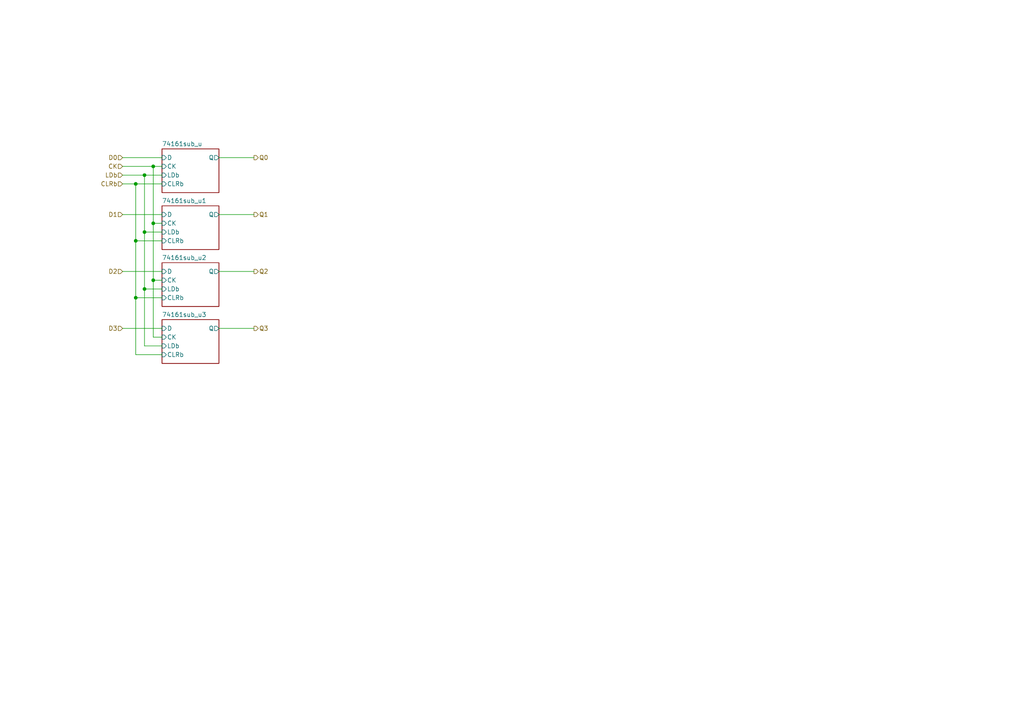
<source format=kicad_sch>
(kicad_sch (version 20211123) (generator eeschema)
  (paper "A4")
  (lib_symbols)
  (junction (at 44.45 81.28))
  (junction (at 41.91 67.31))
  (junction (at 41.91 83.82))
  (junction (at 39.37 86.36))
  (junction (at 44.45 64.77))
  (junction (at 39.37 69.85))
  (junction (at 41.91 50.8))
  (junction (at 44.45 48.26))
  (junction (at 39.37 53.34))
  (wire (pts (xy 35.56 62.23) (xy 46.99 62.23)))
  (wire (pts (xy 35.56 95.25) (xy 46.99 95.25)))
  (wire (pts (xy 35.56 48.26) (xy 44.45 48.26)))
  (wire (pts (xy 39.37 86.36) (xy 46.99 86.36)))
  (wire (pts (xy 41.91 67.31) (xy 46.99 67.31)))
  (wire (pts (xy 44.45 64.77) (xy 46.99 64.77)))
  (wire (pts (xy 44.45 48.26) (xy 46.99 48.26)))
  (wire (pts (xy 63.5 45.72) (xy 73.66 45.72)))
  (wire (pts (xy 39.37 69.85) (xy 46.99 69.85)))
  (wire (pts (xy 41.91 83.82) (xy 41.91 100.33)))
  (wire (pts (xy 44.45 81.28) (xy 46.99 81.28)))
  (wire (pts (xy 44.45 48.26) (xy 44.45 64.77)))
  (wire (pts (xy 44.45 81.28) (xy 44.45 97.79)))
  (wire (pts (xy 35.56 50.8) (xy 41.91 50.8)))
  (wire (pts (xy 39.37 69.85) (xy 39.37 86.36)))
  (wire (pts (xy 39.37 53.34) (xy 46.99 53.34)))
  (wire (pts (xy 44.45 97.79) (xy 46.99 97.79)))
  (wire (pts (xy 41.91 83.82) (xy 46.99 83.82)))
  (wire (pts (xy 41.91 100.33) (xy 46.99 100.33)))
  (wire (pts (xy 35.56 45.72) (xy 46.99 45.72)))
  (wire (pts (xy 41.91 67.31) (xy 41.91 83.82)))
  (wire (pts (xy 63.5 95.25) (xy 73.66 95.25)))
  (wire (pts (xy 39.37 86.36) (xy 39.37 102.87)))
  (wire (pts (xy 39.37 53.34) (xy 35.56 53.34)))
  (wire (pts (xy 41.91 50.8) (xy 41.91 67.31)))
  (wire (pts (xy 39.37 53.34) (xy 39.37 69.85)))
  (wire (pts (xy 44.45 64.77) (xy 44.45 81.28)))
  (wire (pts (xy 39.37 102.87) (xy 46.99 102.87)))
  (wire (pts (xy 63.5 78.74) (xy 73.66 78.74)))
  (wire (pts (xy 63.5 62.23) (xy 73.66 62.23)))
  (wire (pts (xy 35.56 78.74) (xy 46.99 78.74)))
  (wire (pts (xy 41.91 50.8) (xy 46.99 50.8)))
  (hierarchical_label "Q1" (shape output) (at 73.66 62.23 0))
  (hierarchical_label "Q2" (shape output) (at 73.66 78.74 0))
  (hierarchical_label "D1" (shape input) (at 35.56 62.23 180))
  (hierarchical_label "Q3" (shape output) (at 73.66 95.25 0))
  (hierarchical_label "CK" (shape input) (at 35.56 48.26 180))
  (hierarchical_label "Q0" (shape output) (at 73.66 45.72 0))
  (hierarchical_label "LDb" (shape input) (at 35.56 50.8 180))
  (hierarchical_label "D2" (shape input) (at 35.56 78.74 180))
  (hierarchical_label "D3" (shape input) (at 35.56 95.25 180))
  (hierarchical_label "CLRb" (shape input) (at 35.56 53.34 180))
  (hierarchical_label "D0" (shape input) (at 35.56 45.72 180))
  (sheet (at 46.99 43.18) (size 16.51 12.7) (stroke (width 0.1524))
    (property "Sheet name" "74161sub_u" (at 46.99 42.4684 0) (effects (justify left bottom)))
    (property "Sheet file" "74161sub_u.kicad_sch" (effects hide))
    (pin "Q" output (at 63.5 45.72 0))
    (pin "D" input (at 46.99 45.72 180))
    (pin "CK" input (at 46.99 48.26 180))
    (pin "CLRb" input (at 46.99 53.34 180))
    (pin "LDb" input (at 46.99 50.8 180))
  )
  (sheet (at 46.99 92.71) (size 16.51 12.7) (stroke (width 0.1524))
    (property "Sheet name" "74161sub_u3" (at 46.99 91.9984 0) (effects (justify left bottom)))
    (property "Sheet file" "74161sub_u.kicad_sch" (effects hide))
    (pin "Q" output (at 63.5 95.25 0))
    (pin "D" input (at 46.99 95.25 180))
    (pin "CK" input (at 46.99 97.79 180))
    (pin "CLRb" input (at 46.99 102.87 180))
    (pin "LDb" input (at 46.99 100.33 180))
  )
  (sheet (at 46.99 76.2) (size 16.51 12.7) (stroke (width 0.1524))
    (property "Sheet name" "74161sub_u2" (at 46.99 75.4884 0) (effects (justify left bottom)))
    (property "Sheet file" "74161sub_u.kicad_sch" (effects hide))
    (pin "Q" output (at 63.5 78.74 0))
    (pin "D" input (at 46.99 78.74 180))
    (pin "CK" input (at 46.99 81.28 180))
    (pin "CLRb" input (at 46.99 86.36 180))
    (pin "LDb" input (at 46.99 83.82 180))
  )
  (sheet (at 46.99 59.69) (size 16.51 12.7) (stroke (width 0.1524))
    (property "Sheet name" "74161sub_u1" (at 46.99 58.9784 0) (effects (justify left bottom)))
    (property "Sheet file" "74161sub_u.kicad_sch" (effects hide))
    (pin "Q" output (at 63.5 62.23 0))
    (pin "D" input (at 46.99 62.23 180))
    (pin "CK" input (at 46.99 64.77 180))
    (pin "CLRb" input (at 46.99 69.85 180))
    (pin "LDb" input (at 46.99 67.31 180))
  )
)
</source>
